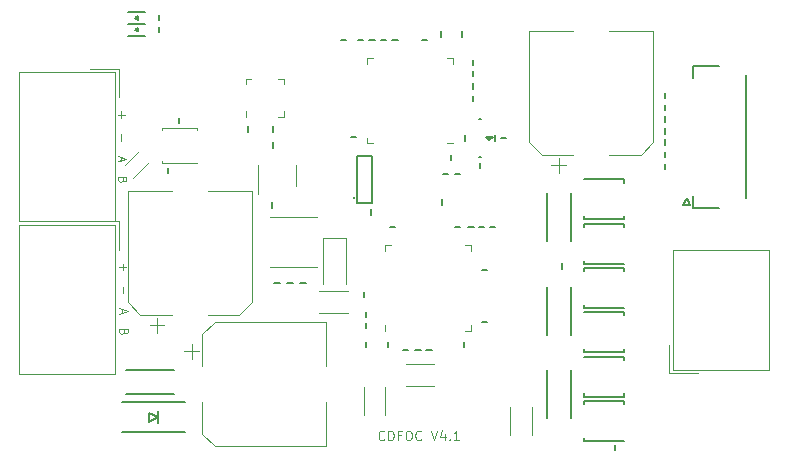
<source format=gbr>
G04 #@! TF.GenerationSoftware,KiCad,Pcbnew,7.0.2*
G04 #@! TF.CreationDate,2023-08-30T11:59:43+08:00*
G04 #@! TF.ProjectId,bldc_driver,626c6463-5f64-4726-9976-65722e6b6963,rev?*
G04 #@! TF.SameCoordinates,PX58b1140PY3750280*
G04 #@! TF.FileFunction,Legend,Top*
G04 #@! TF.FilePolarity,Positive*
%FSLAX46Y46*%
G04 Gerber Fmt 4.6, Leading zero omitted, Abs format (unit mm)*
G04 Created by KiCad (PCBNEW 7.0.2) date 2023-08-30 11:59:43*
%MOMM*%
%LPD*%
G01*
G04 APERTURE LIST*
%ADD10C,0.100000*%
%ADD11C,0.150000*%
%ADD12C,0.120000*%
%ADD13C,0.200000*%
G04 APERTURE END LIST*
D10*
X29185715Y-38293904D02*
X29147619Y-38332000D01*
X29147619Y-38332000D02*
X29033334Y-38370095D01*
X29033334Y-38370095D02*
X28957143Y-38370095D01*
X28957143Y-38370095D02*
X28842857Y-38332000D01*
X28842857Y-38332000D02*
X28766667Y-38255809D01*
X28766667Y-38255809D02*
X28728572Y-38179619D01*
X28728572Y-38179619D02*
X28690476Y-38027238D01*
X28690476Y-38027238D02*
X28690476Y-37912952D01*
X28690476Y-37912952D02*
X28728572Y-37760571D01*
X28728572Y-37760571D02*
X28766667Y-37684380D01*
X28766667Y-37684380D02*
X28842857Y-37608190D01*
X28842857Y-37608190D02*
X28957143Y-37570095D01*
X28957143Y-37570095D02*
X29033334Y-37570095D01*
X29033334Y-37570095D02*
X29147619Y-37608190D01*
X29147619Y-37608190D02*
X29185715Y-37646285D01*
X29528572Y-38370095D02*
X29528572Y-37570095D01*
X29528572Y-37570095D02*
X29719048Y-37570095D01*
X29719048Y-37570095D02*
X29833334Y-37608190D01*
X29833334Y-37608190D02*
X29909524Y-37684380D01*
X29909524Y-37684380D02*
X29947619Y-37760571D01*
X29947619Y-37760571D02*
X29985715Y-37912952D01*
X29985715Y-37912952D02*
X29985715Y-38027238D01*
X29985715Y-38027238D02*
X29947619Y-38179619D01*
X29947619Y-38179619D02*
X29909524Y-38255809D01*
X29909524Y-38255809D02*
X29833334Y-38332000D01*
X29833334Y-38332000D02*
X29719048Y-38370095D01*
X29719048Y-38370095D02*
X29528572Y-38370095D01*
X30595238Y-37951047D02*
X30328572Y-37951047D01*
X30328572Y-38370095D02*
X30328572Y-37570095D01*
X30328572Y-37570095D02*
X30709524Y-37570095D01*
X31166667Y-37570095D02*
X31319048Y-37570095D01*
X31319048Y-37570095D02*
X31395238Y-37608190D01*
X31395238Y-37608190D02*
X31471429Y-37684380D01*
X31471429Y-37684380D02*
X31509524Y-37836761D01*
X31509524Y-37836761D02*
X31509524Y-38103428D01*
X31509524Y-38103428D02*
X31471429Y-38255809D01*
X31471429Y-38255809D02*
X31395238Y-38332000D01*
X31395238Y-38332000D02*
X31319048Y-38370095D01*
X31319048Y-38370095D02*
X31166667Y-38370095D01*
X31166667Y-38370095D02*
X31090476Y-38332000D01*
X31090476Y-38332000D02*
X31014286Y-38255809D01*
X31014286Y-38255809D02*
X30976190Y-38103428D01*
X30976190Y-38103428D02*
X30976190Y-37836761D01*
X30976190Y-37836761D02*
X31014286Y-37684380D01*
X31014286Y-37684380D02*
X31090476Y-37608190D01*
X31090476Y-37608190D02*
X31166667Y-37570095D01*
X32309524Y-38293904D02*
X32271428Y-38332000D01*
X32271428Y-38332000D02*
X32157143Y-38370095D01*
X32157143Y-38370095D02*
X32080952Y-38370095D01*
X32080952Y-38370095D02*
X31966666Y-38332000D01*
X31966666Y-38332000D02*
X31890476Y-38255809D01*
X31890476Y-38255809D02*
X31852381Y-38179619D01*
X31852381Y-38179619D02*
X31814285Y-38027238D01*
X31814285Y-38027238D02*
X31814285Y-37912952D01*
X31814285Y-37912952D02*
X31852381Y-37760571D01*
X31852381Y-37760571D02*
X31890476Y-37684380D01*
X31890476Y-37684380D02*
X31966666Y-37608190D01*
X31966666Y-37608190D02*
X32080952Y-37570095D01*
X32080952Y-37570095D02*
X32157143Y-37570095D01*
X32157143Y-37570095D02*
X32271428Y-37608190D01*
X32271428Y-37608190D02*
X32309524Y-37646285D01*
X33147619Y-37570095D02*
X33414286Y-38370095D01*
X33414286Y-38370095D02*
X33680952Y-37570095D01*
X34290476Y-37836761D02*
X34290476Y-38370095D01*
X34100000Y-37532000D02*
X33909523Y-38103428D01*
X33909523Y-38103428D02*
X34404762Y-38103428D01*
X34709524Y-38293904D02*
X34747619Y-38332000D01*
X34747619Y-38332000D02*
X34709524Y-38370095D01*
X34709524Y-38370095D02*
X34671428Y-38332000D01*
X34671428Y-38332000D02*
X34709524Y-38293904D01*
X34709524Y-38293904D02*
X34709524Y-38370095D01*
X35509523Y-38370095D02*
X35052380Y-38370095D01*
X35280952Y-38370095D02*
X35280952Y-37570095D01*
X35280952Y-37570095D02*
X35204761Y-37684380D01*
X35204761Y-37684380D02*
X35128571Y-37760571D01*
X35128571Y-37760571D02*
X35052380Y-37798666D01*
X6917833Y-10550000D02*
X6917833Y-11083334D01*
X6651166Y-10816667D02*
X7184500Y-10816667D01*
X6917833Y-12483333D02*
X6917833Y-13016667D01*
X6851166Y-14383333D02*
X6851166Y-14716666D01*
X6651166Y-14316666D02*
X7351166Y-14550000D01*
X7351166Y-14550000D02*
X6651166Y-14783333D01*
X7017833Y-16316666D02*
X6984500Y-16416666D01*
X6984500Y-16416666D02*
X6951166Y-16449999D01*
X6951166Y-16449999D02*
X6884500Y-16483332D01*
X6884500Y-16483332D02*
X6784500Y-16483332D01*
X6784500Y-16483332D02*
X6717833Y-16449999D01*
X6717833Y-16449999D02*
X6684500Y-16416666D01*
X6684500Y-16416666D02*
X6651166Y-16349999D01*
X6651166Y-16349999D02*
X6651166Y-16083332D01*
X6651166Y-16083332D02*
X7351166Y-16083332D01*
X7351166Y-16083332D02*
X7351166Y-16316666D01*
X7351166Y-16316666D02*
X7317833Y-16383332D01*
X7317833Y-16383332D02*
X7284500Y-16416666D01*
X7284500Y-16416666D02*
X7217833Y-16449999D01*
X7217833Y-16449999D02*
X7151166Y-16449999D01*
X7151166Y-16449999D02*
X7084500Y-16416666D01*
X7084500Y-16416666D02*
X7051166Y-16383332D01*
X7051166Y-16383332D02*
X7017833Y-16316666D01*
X7017833Y-16316666D02*
X7017833Y-16083332D01*
X7017833Y-23450000D02*
X7017833Y-23983334D01*
X6751166Y-23716667D02*
X7284500Y-23716667D01*
X7017833Y-25383333D02*
X7017833Y-25916667D01*
X6951166Y-27283333D02*
X6951166Y-27616666D01*
X6751166Y-27216666D02*
X7451166Y-27450000D01*
X7451166Y-27450000D02*
X6751166Y-27683333D01*
X7117833Y-29216666D02*
X7084500Y-29316666D01*
X7084500Y-29316666D02*
X7051166Y-29349999D01*
X7051166Y-29349999D02*
X6984500Y-29383332D01*
X6984500Y-29383332D02*
X6884500Y-29383332D01*
X6884500Y-29383332D02*
X6817833Y-29349999D01*
X6817833Y-29349999D02*
X6784500Y-29316666D01*
X6784500Y-29316666D02*
X6751166Y-29249999D01*
X6751166Y-29249999D02*
X6751166Y-28983332D01*
X6751166Y-28983332D02*
X7451166Y-28983332D01*
X7451166Y-28983332D02*
X7451166Y-29216666D01*
X7451166Y-29216666D02*
X7417833Y-29283332D01*
X7417833Y-29283332D02*
X7384500Y-29316666D01*
X7384500Y-29316666D02*
X7317833Y-29349999D01*
X7317833Y-29349999D02*
X7251166Y-29349999D01*
X7251166Y-29349999D02*
X7184500Y-29316666D01*
X7184500Y-29316666D02*
X7151166Y-29283332D01*
X7151166Y-29283332D02*
X7117833Y-29216666D01*
X7117833Y-29216666D02*
X7117833Y-28983332D01*
D11*
X42981000Y-29507000D02*
X42981000Y-25443000D01*
X45013000Y-29507000D02*
X45013000Y-25443000D01*
X11357000Y-34441000D02*
X7293000Y-34441000D01*
X11357000Y-32409000D02*
X7293000Y-32409000D01*
X19749999Y-13650000D02*
X19749999Y-13150000D01*
X37275000Y-15325000D02*
X37275000Y-14875000D01*
X10850000Y-15350000D02*
X10850000Y-15800000D01*
X46050000Y-16300000D02*
X49450000Y-16300000D01*
X46050000Y-19700000D02*
X46050000Y-19425000D01*
X46050000Y-19700000D02*
X49450000Y-19700000D01*
X49450000Y-16300000D02*
X49450000Y-16575000D01*
X49450000Y-19700000D02*
X49450000Y-19425000D01*
X49450000Y-27200000D02*
X46050000Y-27200000D01*
X49450000Y-23800000D02*
X49450000Y-24075000D01*
X49450000Y-23800000D02*
X46050000Y-23800000D01*
X46050000Y-27200000D02*
X46050000Y-26925000D01*
X46050000Y-23800000D02*
X46050000Y-24075000D01*
X46050000Y-27550000D02*
X49450000Y-27550000D01*
X46050000Y-30950000D02*
X46050000Y-30675000D01*
X46050000Y-30950000D02*
X49450000Y-30950000D01*
X49450000Y-27550000D02*
X49450000Y-27825000D01*
X49450000Y-30950000D02*
X49450000Y-30675000D01*
X49450000Y-38450000D02*
X46050000Y-38450000D01*
X49450000Y-35050000D02*
X49450000Y-35325000D01*
X49450000Y-35050000D02*
X46050000Y-35050000D01*
X46050000Y-38450000D02*
X46050000Y-38175000D01*
X46050000Y-35050000D02*
X46050000Y-35325000D01*
X46050000Y-31300000D02*
X49450000Y-31300000D01*
X46050000Y-34700000D02*
X46050000Y-34425000D01*
X46050000Y-34700000D02*
X49450000Y-34700000D01*
X49450000Y-31300000D02*
X49450000Y-31575000D01*
X49450000Y-34700000D02*
X49450000Y-34425000D01*
X49450000Y-23450000D02*
X46050000Y-23450000D01*
X49450000Y-20050000D02*
X49450000Y-20325000D01*
X49450000Y-20050000D02*
X46050000Y-20050000D01*
X46050000Y-23450000D02*
X46050000Y-23175000D01*
X46050000Y-20050000D02*
X46050000Y-20325000D01*
X38575000Y-13050000D02*
X38575000Y-12550000D01*
X38375000Y-12700000D02*
X37775000Y-12700000D01*
X38075000Y-13000000D02*
X38375000Y-12700000D01*
X37775000Y-12700000D02*
X38075000Y-13000000D01*
X37325000Y-14400000D02*
X37225000Y-14400000D01*
X37325000Y-11200000D02*
X37225000Y-11200000D01*
X35975000Y-12800000D02*
X35975000Y-13050000D01*
X35975000Y-12800000D02*
X35975000Y-12550000D01*
D12*
X36485000Y-29110000D02*
X36010000Y-29110000D01*
X29265000Y-28635000D02*
X29265000Y-29110000D01*
X36485000Y-28635000D02*
X36485000Y-29110000D01*
X29265000Y-22365000D02*
X29265000Y-21890000D01*
X36485000Y-22365000D02*
X36485000Y-21890000D01*
X29265000Y-21890000D02*
X29740000Y-21890000D01*
X36485000Y-21890000D02*
X36010000Y-21890000D01*
X21710000Y-16855000D02*
X21710000Y-15055000D01*
X18490000Y-15055000D02*
X18490000Y-17505000D01*
D10*
X13325000Y-11950000D02*
X13325000Y-12150000D01*
X10325000Y-14950000D02*
X13325000Y-14950000D01*
X10325000Y-14950000D02*
X10325000Y-14750000D01*
X10325000Y-12150000D02*
X10325000Y-11950000D01*
X10325000Y-11950000D02*
X13325000Y-11950000D01*
D11*
X12342000Y-37720000D02*
X7008000Y-37720000D01*
D13*
X10056000Y-36958000D02*
X10056000Y-35942000D01*
X10056000Y-36450000D02*
X9294000Y-36831000D01*
X9294000Y-36831000D02*
X9294000Y-36069000D01*
X9294000Y-36069000D02*
X10056000Y-36450000D01*
D11*
X7008000Y-35180000D02*
X12342000Y-35180000D01*
D12*
X53290000Y-32735000D02*
X53290000Y-30325000D01*
X55700000Y-32735000D02*
X53290000Y-32735000D01*
X53590000Y-32435000D02*
X61710000Y-32435000D01*
X61710000Y-32435000D02*
X61710000Y-22315000D01*
X53590000Y-22315000D02*
X53590000Y-32435000D01*
X61710000Y-22315000D02*
X53590000Y-22315000D01*
X6710000Y-6940000D02*
X6710000Y-9350000D01*
X4300000Y-6940000D02*
X6710000Y-6940000D01*
X6410000Y-7240000D02*
X-1710000Y-7240000D01*
X-1710000Y-7240000D02*
X-1710000Y-19860000D01*
X6410000Y-19860000D02*
X6410000Y-7240000D01*
X-1710000Y-19860000D02*
X6410000Y-19860000D01*
D11*
X45016000Y-32468000D02*
X45016000Y-36532000D01*
X42984000Y-32468000D02*
X42984000Y-36532000D01*
X48750000Y-38775000D02*
X48750000Y-39225000D01*
D10*
X30975000Y-33775000D02*
X33375000Y-33775000D01*
X33375000Y-31975000D02*
X30975000Y-31975000D01*
D11*
X44250000Y-23850000D02*
X44250000Y-23400000D01*
D10*
X29250000Y-36250000D02*
X29250000Y-33850000D01*
X27450000Y-33850000D02*
X27450000Y-36250000D01*
D11*
X20925000Y-25075000D02*
X21425000Y-25075000D01*
X28075000Y-19350000D02*
X28075000Y-18850000D01*
X19825000Y-25075000D02*
X20325000Y-25075000D01*
X22025000Y-25075000D02*
X22525000Y-25075000D01*
X28875000Y-4500000D02*
X29325000Y-4500000D01*
X34850000Y-14250000D02*
X34850000Y-14700000D01*
X26775000Y-12675000D02*
X26325000Y-12675000D01*
X37875000Y-28375000D02*
X37425000Y-28375000D01*
X29850000Y-4500000D02*
X30300000Y-4500000D01*
X32375000Y-4500000D02*
X32825000Y-4500000D01*
X29475000Y-30050000D02*
X29475000Y-30500000D01*
X27650000Y-30500000D02*
X27650000Y-30050000D01*
X27650000Y-28900000D02*
X27650000Y-28450000D01*
X32725000Y-30725000D02*
X33175000Y-30725000D01*
X36725000Y-9225000D02*
X36725000Y-9675000D01*
X27650000Y-27525000D02*
X27650000Y-27975000D01*
X31175000Y-30725000D02*
X30725000Y-30725000D01*
X32250000Y-30725000D02*
X31800000Y-30725000D01*
X36750000Y-20375000D02*
X36300000Y-20375000D01*
X37650000Y-20375000D02*
X37200000Y-20375000D01*
X35775000Y-3775000D02*
X35775000Y-4225000D01*
X33975000Y-3775000D02*
X33975000Y-4225000D01*
X27450000Y-25825000D02*
X27450000Y-26275000D01*
X19649999Y-18700000D02*
X19649999Y-18250000D01*
D12*
X19475000Y-19525000D02*
X23475000Y-19525000D01*
X19475000Y-23725000D02*
X23475000Y-23725000D01*
D11*
X35900000Y-30500000D02*
X35900000Y-30050000D01*
D12*
X12250000Y-30865000D02*
X13500000Y-30865000D01*
X12875000Y-30240000D02*
X12875000Y-31490000D01*
X13740000Y-29429437D02*
X13740000Y-32115000D01*
X13740000Y-29429437D02*
X14804437Y-28365000D01*
X13740000Y-37820563D02*
X13740000Y-35135000D01*
X13740000Y-37820563D02*
X14804437Y-38885000D01*
X14804437Y-28365000D02*
X24260000Y-28365000D01*
X14804437Y-38885000D02*
X24260000Y-38885000D01*
X24260000Y-28365000D02*
X24260000Y-32115000D01*
X24260000Y-38885000D02*
X24260000Y-35135000D01*
X43940000Y-15732500D02*
X43940000Y-14482500D01*
X43315000Y-15107500D02*
X44565000Y-15107500D01*
X42504437Y-14242500D02*
X45190000Y-14242500D01*
X42504437Y-14242500D02*
X41440000Y-13178063D01*
X50895563Y-14242500D02*
X48210000Y-14242500D01*
X50895563Y-14242500D02*
X51960000Y-13178063D01*
X41440000Y-13178063D02*
X41440000Y-3722500D01*
X51960000Y-13178063D02*
X51960000Y-3722500D01*
X41440000Y-3722500D02*
X45190000Y-3722500D01*
X51960000Y-3722500D02*
X48210000Y-3722500D01*
X34960000Y-6040000D02*
X34960000Y-6515000D01*
X34485000Y-13260000D02*
X34960000Y-13260000D01*
X34485000Y-6040000D02*
X34960000Y-6040000D01*
X28215000Y-13260000D02*
X27740000Y-13260000D01*
X28215000Y-6040000D02*
X27740000Y-6040000D01*
X27740000Y-13260000D02*
X27740000Y-12785000D01*
X27740000Y-6040000D02*
X27740000Y-6515000D01*
D11*
X7500000Y-3125000D02*
X8900000Y-3125000D01*
X8100000Y-3625000D02*
X8300000Y-3775000D01*
X8300000Y-3475000D02*
X8100000Y-3625000D01*
X8300000Y-3775000D02*
X8300000Y-3475000D01*
X8900000Y-4125000D02*
X7500000Y-4125000D01*
X10100000Y-2850000D02*
X10100000Y-2400000D01*
X10100000Y-3850000D02*
X10100000Y-3400000D01*
X27900000Y-4500000D02*
X28350000Y-4500000D01*
X27375000Y-4500000D02*
X26925000Y-4500000D01*
X36725000Y-8175000D02*
X36725000Y-8625000D01*
X30125000Y-20375000D02*
X29675000Y-20375000D01*
X7500000Y-2125000D02*
X8900000Y-2125000D01*
X8100000Y-2625000D02*
X8300000Y-2775000D01*
X8300000Y-2475000D02*
X8100000Y-2625000D01*
X8300000Y-2775000D02*
X8300000Y-2475000D01*
X8900000Y-3125000D02*
X7500000Y-3125000D01*
X39050000Y-12800000D02*
X39500000Y-12800000D01*
D12*
X25950000Y-21275000D02*
X23950000Y-21275000D01*
X25950000Y-21275000D02*
X25950000Y-25125000D01*
X23950000Y-21275000D02*
X23950000Y-25125000D01*
D11*
X26865000Y-18325000D02*
X28135000Y-18325000D01*
X26865000Y-18325000D02*
X26865000Y-14325000D01*
X28135000Y-18325000D02*
X28135000Y-14325000D01*
X26600000Y-17900000D02*
X26600000Y-17800000D01*
X26865000Y-14325000D02*
X28135000Y-14325000D01*
D10*
X41650000Y-37950000D02*
X41650000Y-35550000D01*
X39850000Y-35550000D02*
X39850000Y-37950000D01*
D11*
X34100000Y-18000000D02*
X34100000Y-18450000D01*
X35625000Y-20375000D02*
X35175000Y-20375000D01*
D10*
X26075000Y-25775000D02*
X23675000Y-25775000D01*
X23675000Y-27575000D02*
X26075000Y-27575000D01*
D11*
X55275000Y-18700000D02*
X57525000Y-18700000D01*
X54475000Y-18500000D02*
X54775000Y-17900000D01*
X55075000Y-18500000D02*
X54475000Y-18500000D01*
X54775000Y-17900000D02*
X55075000Y-18500000D01*
X59775000Y-17900000D02*
X59775000Y-7500000D01*
X55275000Y-17700000D02*
X55275000Y-18700000D01*
X55275000Y-7700000D02*
X55275000Y-6700000D01*
X55275000Y-6700000D02*
X57525000Y-6700000D01*
D10*
X7917660Y-16173295D02*
X9261163Y-14829792D01*
X8370208Y-13938837D02*
X7238837Y-15070208D01*
D11*
X36725000Y-7125000D02*
X36725000Y-7575000D01*
X52975000Y-15425000D02*
X52975000Y-14975000D01*
X34575000Y-15850000D02*
X34125000Y-15850000D01*
X52975000Y-10425000D02*
X52975000Y-9975000D01*
X42984000Y-21532000D02*
X42984000Y-17468000D01*
X45016000Y-21532000D02*
X45016000Y-17468000D01*
X37425000Y-24000000D02*
X37875000Y-24000000D01*
X52975000Y-9425000D02*
X52975000Y-8975000D01*
D12*
X9940000Y-29275000D02*
X9940000Y-28025000D01*
X9315000Y-28650000D02*
X10565000Y-28650000D01*
X8504437Y-27785000D02*
X11190000Y-27785000D01*
X8504437Y-27785000D02*
X7440000Y-26720563D01*
X16895563Y-27785000D02*
X14210000Y-27785000D01*
X16895563Y-27785000D02*
X17960000Y-26720563D01*
X7440000Y-26720563D02*
X7440000Y-17265000D01*
X17960000Y-26720563D02*
X17960000Y-17265000D01*
X7440000Y-17265000D02*
X11190000Y-17265000D01*
X17960000Y-17265000D02*
X14210000Y-17265000D01*
D11*
X36725000Y-6175000D02*
X36725000Y-6625000D01*
X11825000Y-11100000D02*
X11825000Y-11550000D01*
X38550000Y-20375000D02*
X38100000Y-20375000D01*
X52975000Y-11425000D02*
X52975000Y-10975000D01*
D12*
X20647500Y-10985000D02*
X20172500Y-10985000D01*
X17427500Y-10510000D02*
X17427500Y-10985000D01*
X20647500Y-10510000D02*
X20647500Y-10985000D01*
X17427500Y-8240000D02*
X17427500Y-7765000D01*
X20647500Y-8240000D02*
X20647500Y-7765000D01*
X17427500Y-7765000D02*
X17902500Y-7765000D01*
X20647500Y-7765000D02*
X20172500Y-7765000D01*
D11*
X17675000Y-11825000D02*
X17675000Y-12275000D01*
X52975000Y-12425000D02*
X52975000Y-11975000D01*
X19750000Y-12325000D02*
X19750000Y-11825000D01*
X52975000Y-13375000D02*
X52975000Y-12925000D01*
X52975000Y-14425000D02*
X52975000Y-13975000D01*
X25975000Y-4500000D02*
X25525000Y-4500000D01*
X35575000Y-15850000D02*
X35125000Y-15850000D01*
D12*
X6710000Y-19865000D02*
X6710000Y-22275000D01*
X4300000Y-19865000D02*
X6710000Y-19865000D01*
X6410000Y-20165000D02*
X-1710000Y-20165000D01*
X-1710000Y-20165000D02*
X-1710000Y-32785000D01*
X6410000Y-32785000D02*
X6410000Y-20165000D01*
X-1710000Y-32785000D02*
X6410000Y-32785000D01*
M02*

</source>
